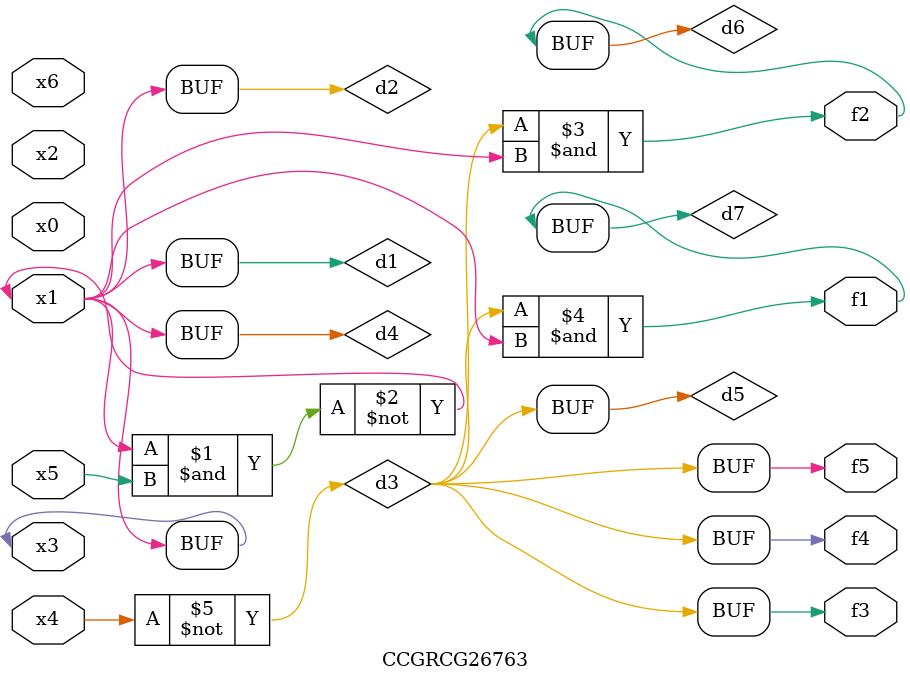
<source format=v>
module CCGRCG26763(
	input x0, x1, x2, x3, x4, x5, x6,
	output f1, f2, f3, f4, f5
);

	wire d1, d2, d3, d4, d5, d6, d7;

	buf (d1, x1, x3);
	nand (d2, x1, x5);
	not (d3, x4);
	buf (d4, d1, d2);
	buf (d5, d3);
	and (d6, d3, d4);
	and (d7, d3, d4);
	assign f1 = d7;
	assign f2 = d6;
	assign f3 = d5;
	assign f4 = d5;
	assign f5 = d5;
endmodule

</source>
